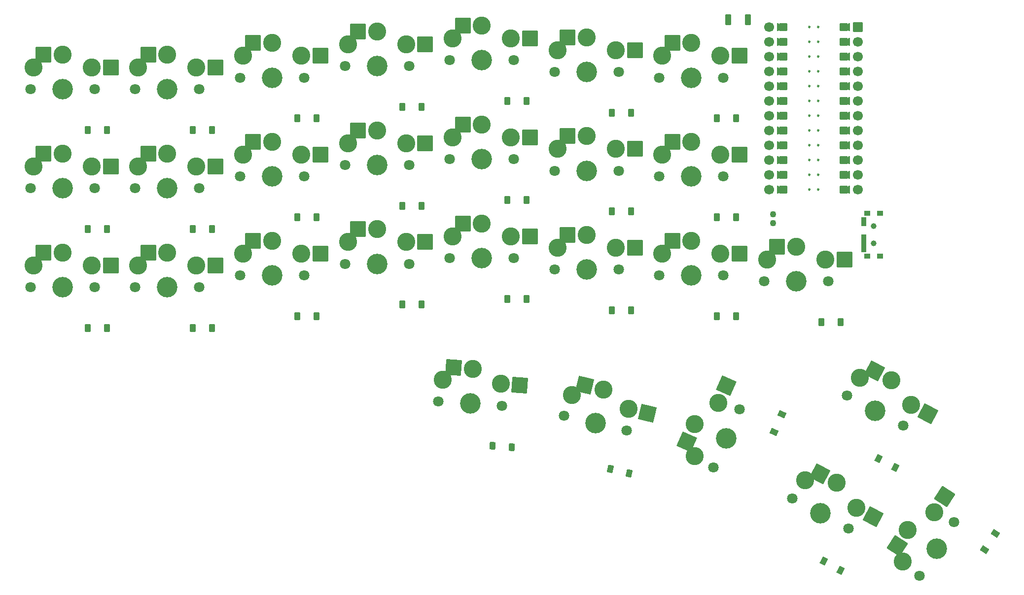
<source format=gbr>
%TF.GenerationSoftware,KiCad,Pcbnew,6.0.7*%
%TF.CreationDate,2022-09-15T23:21:12-04:00*%
%TF.ProjectId,flutter_v2_wren,666c7574-7465-4725-9f76-325f7772656e,v1.0.0*%
%TF.SameCoordinates,Original*%
%TF.FileFunction,Soldermask,Bot*%
%TF.FilePolarity,Negative*%
%FSLAX46Y46*%
G04 Gerber Fmt 4.6, Leading zero omitted, Abs format (unit mm)*
G04 Created by KiCad (PCBNEW 6.0.7) date 2022-09-15 23:21:12*
%MOMM*%
%LPD*%
G01*
G04 APERTURE LIST*
G04 Aperture macros list*
%AMRoundRect*
0 Rectangle with rounded corners*
0 $1 Rounding radius*
0 $2 $3 $4 $5 $6 $7 $8 $9 X,Y pos of 4 corners*
0 Add a 4 corners polygon primitive as box body*
4,1,4,$2,$3,$4,$5,$6,$7,$8,$9,$2,$3,0*
0 Add four circle primitives for the rounded corners*
1,1,$1+$1,$2,$3*
1,1,$1+$1,$4,$5*
1,1,$1+$1,$6,$7*
1,1,$1+$1,$8,$9*
0 Add four rect primitives between the rounded corners*
20,1,$1+$1,$2,$3,$4,$5,0*
20,1,$1+$1,$4,$5,$6,$7,0*
20,1,$1+$1,$6,$7,$8,$9,0*
20,1,$1+$1,$8,$9,$2,$3,0*%
%AMFreePoly0*
4,1,16,0.635355,1.035355,0.650000,1.000000,0.650000,-0.250000,0.635355,-0.285355,0.600000,-0.300000,-0.600000,-0.300000,-0.635355,-0.285355,-0.650000,-0.250000,-0.650000,1.000000,-0.635355,1.035355,-0.600000,1.050000,-0.564645,1.035355,0.000000,0.470710,0.564645,1.035355,0.600000,1.050000,0.635355,1.035355,0.635355,1.035355,$1*%
%AMFreePoly1*
4,1,14,0.635355,0.435355,0.650000,0.400000,0.650000,0.200000,0.635355,0.164645,0.035355,-0.435355,0.000000,-0.450000,-0.035355,-0.435355,-0.635355,0.164645,-0.650000,0.200000,-0.650000,0.400000,-0.635355,0.435355,-0.600000,0.450000,0.600000,0.450000,0.635355,0.435355,0.635355,0.435355,$1*%
G04 Aperture macros list end*
%ADD10C,0.250000*%
%ADD11C,0.100000*%
%ADD12C,3.529000*%
%ADD13C,1.801800*%
%ADD14C,3.100000*%
%ADD15RoundRect,0.050000X-1.300000X-1.300000X1.300000X-1.300000X1.300000X1.300000X-1.300000X1.300000X0*%
%ADD16RoundRect,0.050000X0.450000X0.600000X-0.450000X0.600000X-0.450000X-0.600000X0.450000X-0.600000X0*%
%ADD17RoundRect,0.050000X0.658851X-1.716367X1.716367X0.658851X-0.658851X1.716367X-1.716367X-0.658851X0*%
%ADD18RoundRect,0.050000X-0.365096X0.655137X-0.731159X-0.167053X0.365096X-0.655137X0.731159X0.167053X0*%
%ADD19RoundRect,0.050000X-1.758145X-0.537519X0.537519X-1.758145X1.758145X0.537519X-0.537519X1.758145X0*%
%ADD20RoundRect,0.050000X0.679009X0.318506X-0.115643X0.741031X-0.679009X-0.318506X0.115643X-0.741031X0*%
%ADD21RoundRect,0.050000X0.382241X-1.798302X1.798302X0.382241X-0.382241X1.798302X-1.798302X-0.382241X0*%
%ADD22RoundRect,0.050000X-0.258115X0.704185X-0.748290X-0.050618X0.258115X-0.704185X0.748290X0.050618X0*%
%ADD23RoundRect,0.050000X-1.387517X-1.206150X1.206150X-1.387517X1.387517X1.206150X-1.206150X1.387517X0*%
%ADD24RoundRect,0.050000X0.490758X0.567148X-0.407050X0.629929X-0.490758X-0.567148X0.407050X-0.629929X0*%
%ADD25RoundRect,0.050000X-1.567560X-0.960602X0.960602X-1.567560X1.567560X0.960602X-0.960602X1.567560X0*%
%ADD26RoundRect,0.050000X0.577634X0.478372X-0.297499X0.688472X-0.577634X-0.478372X0.297499X-0.688472X0*%
%ADD27C,1.700000*%
%ADD28RoundRect,0.050000X-0.800000X0.800000X-0.800000X-0.800000X0.800000X-0.800000X0.800000X0.800000X0*%
%ADD29FreePoly0,90.000000*%
%ADD30FreePoly1,90.000000*%
%ADD31FreePoly1,270.000000*%
%ADD32FreePoly0,270.000000*%
%ADD33RoundRect,0.050000X-0.450000X-0.850000X0.450000X-0.850000X0.450000X0.850000X-0.450000X0.850000X0*%
%ADD34C,1.000000*%
%ADD35RoundRect,0.050000X-0.350000X-0.750000X0.350000X-0.750000X0.350000X0.750000X-0.350000X0.750000X0*%
%ADD36RoundRect,0.050000X-0.500000X-0.400000X0.500000X-0.400000X0.500000X0.400000X-0.500000X0.400000X0*%
%ADD37C,1.100000*%
G04 APERTURE END LIST*
D10*
%TO.C,MCU1*%
X128363000Y16780000D02*
G75*
G03*
X128363000Y16780000I-125000J0D01*
G01*
X129887000Y16780000D02*
G75*
G03*
X129887000Y16780000I-125000J0D01*
G01*
X128363000Y19320000D02*
G75*
G03*
X128363000Y19320000I-125000J0D01*
G01*
X129887000Y19320000D02*
G75*
G03*
X129887000Y19320000I-125000J0D01*
G01*
X128363000Y21860000D02*
G75*
G03*
X128363000Y21860000I-125000J0D01*
G01*
X129887000Y21860000D02*
G75*
G03*
X129887000Y21860000I-125000J0D01*
G01*
X128363000Y24400000D02*
G75*
G03*
X128363000Y24400000I-125000J0D01*
G01*
X129887000Y24400000D02*
G75*
G03*
X129887000Y24400000I-125000J0D01*
G01*
X128363000Y26940000D02*
G75*
G03*
X128363000Y26940000I-125000J0D01*
G01*
X129887000Y26940000D02*
G75*
G03*
X129887000Y26940000I-125000J0D01*
G01*
X128363000Y29480000D02*
G75*
G03*
X128363000Y29480000I-125000J0D01*
G01*
X129887000Y29480000D02*
G75*
G03*
X129887000Y29480000I-125000J0D01*
G01*
X128363000Y32020000D02*
G75*
G03*
X128363000Y32020000I-125000J0D01*
G01*
X129887000Y32020000D02*
G75*
G03*
X129887000Y32020000I-125000J0D01*
G01*
X128363000Y34560000D02*
G75*
G03*
X128363000Y34560000I-125000J0D01*
G01*
X129887000Y34560000D02*
G75*
G03*
X129887000Y34560000I-125000J0D01*
G01*
X128363000Y37100000D02*
G75*
G03*
X128363000Y37100000I-125000J0D01*
G01*
X129887000Y37100000D02*
G75*
G03*
X129887000Y37100000I-125000J0D01*
G01*
X128363000Y39640000D02*
G75*
G03*
X128363000Y39640000I-125000J0D01*
G01*
X129887000Y39640000D02*
G75*
G03*
X129887000Y39640000I-125000J0D01*
G01*
X129887000Y42180000D02*
G75*
G03*
X129887000Y42180000I-125000J0D01*
G01*
X128363000Y42180000D02*
G75*
G03*
X128363000Y42180000I-125000J0D01*
G01*
X128363000Y44720000D02*
G75*
G03*
X128363000Y44720000I-125000J0D01*
G01*
X129887000Y44720000D02*
G75*
G03*
X129887000Y44720000I-125000J0D01*
G01*
G36*
X135096000Y16272000D02*
G01*
X134080000Y16272000D01*
X134080000Y17288000D01*
X135096000Y17288000D01*
X135096000Y16272000D01*
G37*
D11*
X135096000Y16272000D02*
X134080000Y16272000D01*
X134080000Y17288000D01*
X135096000Y17288000D01*
X135096000Y16272000D01*
G36*
X135096000Y18812000D02*
G01*
X134080000Y18812000D01*
X134080000Y19828000D01*
X135096000Y19828000D01*
X135096000Y18812000D01*
G37*
X135096000Y18812000D02*
X134080000Y18812000D01*
X134080000Y19828000D01*
X135096000Y19828000D01*
X135096000Y18812000D01*
G36*
X135096000Y21352000D02*
G01*
X134080000Y21352000D01*
X134080000Y22368000D01*
X135096000Y22368000D01*
X135096000Y21352000D01*
G37*
X135096000Y21352000D02*
X134080000Y21352000D01*
X134080000Y22368000D01*
X135096000Y22368000D01*
X135096000Y21352000D01*
G36*
X135096000Y23892000D02*
G01*
X134080000Y23892000D01*
X134080000Y24908000D01*
X135096000Y24908000D01*
X135096000Y23892000D01*
G37*
X135096000Y23892000D02*
X134080000Y23892000D01*
X134080000Y24908000D01*
X135096000Y24908000D01*
X135096000Y23892000D01*
G36*
X135096000Y26432000D02*
G01*
X134080000Y26432000D01*
X134080000Y27448000D01*
X135096000Y27448000D01*
X135096000Y26432000D01*
G37*
X135096000Y26432000D02*
X134080000Y26432000D01*
X134080000Y27448000D01*
X135096000Y27448000D01*
X135096000Y26432000D01*
G36*
X135096000Y28972000D02*
G01*
X134080000Y28972000D01*
X134080000Y29988000D01*
X135096000Y29988000D01*
X135096000Y28972000D01*
G37*
X135096000Y28972000D02*
X134080000Y28972000D01*
X134080000Y29988000D01*
X135096000Y29988000D01*
X135096000Y28972000D01*
G36*
X135096000Y31512000D02*
G01*
X134080000Y31512000D01*
X134080000Y32528000D01*
X135096000Y32528000D01*
X135096000Y31512000D01*
G37*
X135096000Y31512000D02*
X134080000Y31512000D01*
X134080000Y32528000D01*
X135096000Y32528000D01*
X135096000Y31512000D01*
G36*
X135096000Y34052000D02*
G01*
X134080000Y34052000D01*
X134080000Y35068000D01*
X135096000Y35068000D01*
X135096000Y34052000D01*
G37*
X135096000Y34052000D02*
X134080000Y34052000D01*
X134080000Y35068000D01*
X135096000Y35068000D01*
X135096000Y34052000D01*
G36*
X135096000Y36592000D02*
G01*
X134080000Y36592000D01*
X134080000Y37608000D01*
X135096000Y37608000D01*
X135096000Y36592000D01*
G37*
X135096000Y36592000D02*
X134080000Y36592000D01*
X134080000Y37608000D01*
X135096000Y37608000D01*
X135096000Y36592000D01*
G36*
X135096000Y39132000D02*
G01*
X134080000Y39132000D01*
X134080000Y40148000D01*
X135096000Y40148000D01*
X135096000Y39132000D01*
G37*
X135096000Y39132000D02*
X134080000Y39132000D01*
X134080000Y40148000D01*
X135096000Y40148000D01*
X135096000Y39132000D01*
G36*
X135096000Y41672000D02*
G01*
X134080000Y41672000D01*
X134080000Y42688000D01*
X135096000Y42688000D01*
X135096000Y41672000D01*
G37*
X135096000Y41672000D02*
X134080000Y41672000D01*
X134080000Y42688000D01*
X135096000Y42688000D01*
X135096000Y41672000D01*
G36*
X135096000Y44212000D02*
G01*
X134080000Y44212000D01*
X134080000Y45228000D01*
X135096000Y45228000D01*
X135096000Y44212000D01*
G37*
X135096000Y44212000D02*
X134080000Y44212000D01*
X134080000Y45228000D01*
X135096000Y45228000D01*
X135096000Y44212000D01*
G36*
X123920000Y16272000D02*
G01*
X122904000Y16272000D01*
X122904000Y17288000D01*
X123920000Y17288000D01*
X123920000Y16272000D01*
G37*
X123920000Y16272000D02*
X122904000Y16272000D01*
X122904000Y17288000D01*
X123920000Y17288000D01*
X123920000Y16272000D01*
G36*
X123920000Y18812000D02*
G01*
X122904000Y18812000D01*
X122904000Y19828000D01*
X123920000Y19828000D01*
X123920000Y18812000D01*
G37*
X123920000Y18812000D02*
X122904000Y18812000D01*
X122904000Y19828000D01*
X123920000Y19828000D01*
X123920000Y18812000D01*
G36*
X123920000Y21352000D02*
G01*
X122904000Y21352000D01*
X122904000Y22368000D01*
X123920000Y22368000D01*
X123920000Y21352000D01*
G37*
X123920000Y21352000D02*
X122904000Y21352000D01*
X122904000Y22368000D01*
X123920000Y22368000D01*
X123920000Y21352000D01*
G36*
X123920000Y23892000D02*
G01*
X122904000Y23892000D01*
X122904000Y24908000D01*
X123920000Y24908000D01*
X123920000Y23892000D01*
G37*
X123920000Y23892000D02*
X122904000Y23892000D01*
X122904000Y24908000D01*
X123920000Y24908000D01*
X123920000Y23892000D01*
G36*
X123920000Y26432000D02*
G01*
X122904000Y26432000D01*
X122904000Y27448000D01*
X123920000Y27448000D01*
X123920000Y26432000D01*
G37*
X123920000Y26432000D02*
X122904000Y26432000D01*
X122904000Y27448000D01*
X123920000Y27448000D01*
X123920000Y26432000D01*
G36*
X123920000Y28972000D02*
G01*
X122904000Y28972000D01*
X122904000Y29988000D01*
X123920000Y29988000D01*
X123920000Y28972000D01*
G37*
X123920000Y28972000D02*
X122904000Y28972000D01*
X122904000Y29988000D01*
X123920000Y29988000D01*
X123920000Y28972000D01*
G36*
X123920000Y31512000D02*
G01*
X122904000Y31512000D01*
X122904000Y32528000D01*
X123920000Y32528000D01*
X123920000Y31512000D01*
G37*
X123920000Y31512000D02*
X122904000Y31512000D01*
X122904000Y32528000D01*
X123920000Y32528000D01*
X123920000Y31512000D01*
G36*
X123920000Y34052000D02*
G01*
X122904000Y34052000D01*
X122904000Y35068000D01*
X123920000Y35068000D01*
X123920000Y34052000D01*
G37*
X123920000Y34052000D02*
X122904000Y34052000D01*
X122904000Y35068000D01*
X123920000Y35068000D01*
X123920000Y34052000D01*
G36*
X123920000Y36592000D02*
G01*
X122904000Y36592000D01*
X122904000Y37608000D01*
X123920000Y37608000D01*
X123920000Y36592000D01*
G37*
X123920000Y36592000D02*
X122904000Y36592000D01*
X122904000Y37608000D01*
X123920000Y37608000D01*
X123920000Y36592000D01*
G36*
X123920000Y39132000D02*
G01*
X122904000Y39132000D01*
X122904000Y40148000D01*
X123920000Y40148000D01*
X123920000Y39132000D01*
G37*
X123920000Y39132000D02*
X122904000Y39132000D01*
X122904000Y40148000D01*
X123920000Y40148000D01*
X123920000Y39132000D01*
G36*
X123920000Y41672000D02*
G01*
X122904000Y41672000D01*
X122904000Y42688000D01*
X123920000Y42688000D01*
X123920000Y41672000D01*
G37*
X123920000Y41672000D02*
X122904000Y41672000D01*
X122904000Y42688000D01*
X123920000Y42688000D01*
X123920000Y41672000D01*
G36*
X123920000Y44212000D02*
G01*
X122904000Y44212000D01*
X122904000Y45228000D01*
X123920000Y45228000D01*
X123920000Y44212000D01*
G37*
X123920000Y44212000D02*
X122904000Y44212000D01*
X122904000Y45228000D01*
X123920000Y45228000D01*
X123920000Y44212000D01*
%TD*%
D12*
%TO.C,S1*%
X0Y0D03*
D13*
X5500000Y0D03*
X-5500000Y0D03*
D14*
X5000000Y3750000D03*
X0Y5950000D03*
D15*
X-3275000Y5950000D03*
X8275000Y3750000D03*
D14*
X-5000000Y3750000D03*
X0Y5950000D03*
%TD*%
D16*
%TO.C,D1*%
X4350000Y-7000000D03*
X7650000Y-7000000D03*
%TD*%
D12*
%TO.C,S2*%
X0Y17000000D03*
D13*
X5500000Y17000000D03*
X-5500000Y17000000D03*
D14*
X5000000Y20750000D03*
X0Y22950000D03*
D15*
X-3275000Y22950000D03*
X8275000Y20750000D03*
D14*
X-5000000Y20750000D03*
X0Y22950000D03*
%TD*%
D16*
%TO.C,D2*%
X4350000Y10000000D03*
X7650000Y10000000D03*
%TD*%
D12*
%TO.C,S3*%
X0Y34000000D03*
D13*
X5500000Y34000000D03*
X-5500000Y34000000D03*
D14*
X5000000Y37750000D03*
X0Y39950000D03*
D15*
X-3275000Y39950000D03*
X8275000Y37750000D03*
D14*
X-5000000Y37750000D03*
X0Y39950000D03*
%TD*%
D16*
%TO.C,D3*%
X4350000Y27000000D03*
X7650000Y27000000D03*
%TD*%
D12*
%TO.C,S4*%
X18000000Y0D03*
D13*
X23500000Y0D03*
X12500000Y0D03*
D14*
X23000000Y3750000D03*
X18000000Y5950000D03*
D15*
X14725000Y5950000D03*
X26275000Y3750000D03*
D14*
X13000000Y3750000D03*
X18000000Y5950000D03*
%TD*%
D16*
%TO.C,D4*%
X22350000Y-7000000D03*
X25650000Y-7000000D03*
%TD*%
D12*
%TO.C,S5*%
X18000000Y17000000D03*
D13*
X23500000Y17000000D03*
X12500000Y17000000D03*
D14*
X23000000Y20750000D03*
X18000000Y22950000D03*
D15*
X14725000Y22950000D03*
X26275000Y20750000D03*
D14*
X13000000Y20750000D03*
X18000000Y22950000D03*
%TD*%
D16*
%TO.C,D5*%
X22350000Y10000000D03*
X25650000Y10000000D03*
%TD*%
D12*
%TO.C,S6*%
X18000000Y34000000D03*
D13*
X23500000Y34000000D03*
X12500000Y34000000D03*
D14*
X23000000Y37750000D03*
X18000000Y39950000D03*
D15*
X14725000Y39950000D03*
X26275000Y37750000D03*
D14*
X13000000Y37750000D03*
X18000000Y39950000D03*
%TD*%
D16*
%TO.C,D6*%
X22350000Y27000000D03*
X25650000Y27000000D03*
%TD*%
D12*
%TO.C,S7*%
X36000000Y2000000D03*
D13*
X41500000Y2000000D03*
X30500000Y2000000D03*
D14*
X41000000Y5750000D03*
X36000000Y7950000D03*
D15*
X32725000Y7950000D03*
X44275000Y5750000D03*
D14*
X31000000Y5750000D03*
X36000000Y7950000D03*
%TD*%
D16*
%TO.C,D7*%
X40350000Y-5000000D03*
X43650000Y-5000000D03*
%TD*%
D12*
%TO.C,S8*%
X36000000Y19000000D03*
D13*
X41500000Y19000000D03*
X30500000Y19000000D03*
D14*
X41000000Y22750000D03*
X36000000Y24950000D03*
D15*
X32725000Y24950000D03*
X44275000Y22750000D03*
D14*
X31000000Y22750000D03*
X36000000Y24950000D03*
%TD*%
D16*
%TO.C,D8*%
X40350000Y12000000D03*
X43650000Y12000000D03*
%TD*%
D12*
%TO.C,S9*%
X36000000Y36000000D03*
D13*
X41500000Y36000000D03*
X30500000Y36000000D03*
D14*
X41000000Y39750000D03*
X36000000Y41950000D03*
D15*
X32725000Y41950000D03*
X44275000Y39750000D03*
D14*
X31000000Y39750000D03*
X36000000Y41950000D03*
%TD*%
D16*
%TO.C,D9*%
X40350000Y29000000D03*
X43650000Y29000000D03*
%TD*%
D12*
%TO.C,S10*%
X54000000Y4000000D03*
D13*
X59500000Y4000000D03*
X48500000Y4000000D03*
D14*
X59000000Y7750000D03*
X54000000Y9950000D03*
D15*
X50725000Y9950000D03*
X62275000Y7750000D03*
D14*
X49000000Y7750000D03*
X54000000Y9950000D03*
%TD*%
D16*
%TO.C,D10*%
X58350000Y-3000000D03*
X61650000Y-3000000D03*
%TD*%
D12*
%TO.C,S11*%
X54000000Y21000000D03*
D13*
X59500000Y21000000D03*
X48500000Y21000000D03*
D14*
X59000000Y24750000D03*
X54000000Y26950000D03*
D15*
X50725000Y26950000D03*
X62275000Y24750000D03*
D14*
X49000000Y24750000D03*
X54000000Y26950000D03*
%TD*%
D16*
%TO.C,D11*%
X58350000Y14000000D03*
X61650000Y14000000D03*
%TD*%
D12*
%TO.C,S12*%
X54000000Y38000000D03*
D13*
X59500000Y38000000D03*
X48500000Y38000000D03*
D14*
X59000000Y41750000D03*
X54000000Y43950000D03*
D15*
X50725000Y43950000D03*
X62275000Y41750000D03*
D14*
X49000000Y41750000D03*
X54000000Y43950000D03*
%TD*%
D16*
%TO.C,D12*%
X58350000Y31000000D03*
X61650000Y31000000D03*
%TD*%
D12*
%TO.C,S13*%
X72000000Y5000000D03*
D13*
X77500000Y5000000D03*
X66500000Y5000000D03*
D14*
X77000000Y8750000D03*
X72000000Y10950000D03*
D15*
X68725000Y10950000D03*
X80275000Y8750000D03*
D14*
X67000000Y8750000D03*
X72000000Y10950000D03*
%TD*%
D16*
%TO.C,D13*%
X76350000Y-2000000D03*
X79650000Y-2000000D03*
%TD*%
D12*
%TO.C,S14*%
X72000000Y22000000D03*
D13*
X77500000Y22000000D03*
X66500000Y22000000D03*
D14*
X77000000Y25750000D03*
X72000000Y27950000D03*
D15*
X68725000Y27950000D03*
X80275000Y25750000D03*
D14*
X67000000Y25750000D03*
X72000000Y27950000D03*
%TD*%
D16*
%TO.C,D14*%
X76350000Y15000000D03*
X79650000Y15000000D03*
%TD*%
D12*
%TO.C,S15*%
X72000000Y39000000D03*
D13*
X77500000Y39000000D03*
X66500000Y39000000D03*
D14*
X77000000Y42750000D03*
X72000000Y44950000D03*
D15*
X68725000Y44950000D03*
X80275000Y42750000D03*
D14*
X67000000Y42750000D03*
X72000000Y44950000D03*
%TD*%
D16*
%TO.C,D15*%
X76350000Y32000000D03*
X79650000Y32000000D03*
%TD*%
D12*
%TO.C,S16*%
X90000000Y3000000D03*
D13*
X95500000Y3000000D03*
X84500000Y3000000D03*
D14*
X95000000Y6750000D03*
X90000000Y8950000D03*
D15*
X86725000Y8950000D03*
X98275000Y6750000D03*
D14*
X85000000Y6750000D03*
X90000000Y8950000D03*
%TD*%
D16*
%TO.C,D16*%
X94350000Y-4000000D03*
X97650000Y-4000000D03*
%TD*%
D12*
%TO.C,S17*%
X90000000Y20000000D03*
D13*
X95500000Y20000000D03*
X84500000Y20000000D03*
D14*
X95000000Y23750000D03*
X90000000Y25950000D03*
D15*
X86725000Y25950000D03*
X98275000Y23750000D03*
D14*
X85000000Y23750000D03*
X90000000Y25950000D03*
%TD*%
D16*
%TO.C,D17*%
X94350000Y13000000D03*
X97650000Y13000000D03*
%TD*%
D12*
%TO.C,S18*%
X90000000Y37000000D03*
D13*
X95500000Y37000000D03*
X84500000Y37000000D03*
D14*
X95000000Y40750000D03*
X90000000Y42950000D03*
D15*
X86725000Y42950000D03*
X98275000Y40750000D03*
D14*
X85000000Y40750000D03*
X90000000Y42950000D03*
%TD*%
D16*
%TO.C,D18*%
X94350000Y30000000D03*
X97650000Y30000000D03*
%TD*%
D12*
%TO.C,S19*%
X108000000Y2000000D03*
D13*
X113500000Y2000000D03*
X102500000Y2000000D03*
D14*
X113000000Y5750000D03*
X108000000Y7950000D03*
D15*
X104725000Y7950000D03*
X116275000Y5750000D03*
D14*
X103000000Y5750000D03*
X108000000Y7950000D03*
%TD*%
D16*
%TO.C,D19*%
X112350000Y-5000000D03*
X115650000Y-5000000D03*
%TD*%
D12*
%TO.C,S20*%
X108000000Y19000000D03*
D13*
X113500000Y19000000D03*
X102500000Y19000000D03*
D14*
X113000000Y22750000D03*
X108000000Y24950000D03*
D15*
X104725000Y24950000D03*
X116275000Y22750000D03*
D14*
X103000000Y22750000D03*
X108000000Y24950000D03*
%TD*%
D16*
%TO.C,D20*%
X112350000Y12000000D03*
X115650000Y12000000D03*
%TD*%
D12*
%TO.C,S21*%
X108000000Y36000000D03*
D13*
X113500000Y36000000D03*
X102500000Y36000000D03*
D14*
X113000000Y39750000D03*
X108000000Y41950000D03*
D15*
X104725000Y41950000D03*
X116275000Y39750000D03*
D14*
X103000000Y39750000D03*
X108000000Y41950000D03*
%TD*%
D16*
%TO.C,D21*%
X112350000Y29000000D03*
X115650000Y29000000D03*
%TD*%
D12*
%TO.C,S22*%
X114000000Y-26000000D03*
D13*
X116237052Y-20975500D03*
X111762948Y-31024500D03*
D14*
X112607888Y-19907010D03*
X108564405Y-23579917D03*
D17*
X107232342Y-26571778D03*
X113939950Y-16915149D03*
D14*
X108540521Y-29042465D03*
X108564405Y-23579917D03*
%TD*%
D18*
%TO.C,D22*%
X122164123Y-24873234D03*
X123506353Y-21858534D03*
%TD*%
D12*
%TO.C,S23*%
X130155879Y-38885169D03*
D13*
X135012091Y-41467263D03*
X125299667Y-36303075D03*
D14*
X136331135Y-37921473D03*
X132949235Y-33631631D03*
D19*
X130057581Y-32094111D03*
X139222789Y-39458993D03*
D14*
X127501659Y-33226758D03*
X132949235Y-33631631D03*
%TD*%
D20*
%TO.C,D23*%
X130710399Y-47108004D03*
X133624127Y-48657260D03*
%TD*%
D12*
%TO.C,S24*%
X139545310Y-21226217D03*
D13*
X144401522Y-23808311D03*
X134689098Y-18644123D03*
D14*
X145720566Y-20262521D03*
X142338666Y-15972679D03*
D19*
X139447012Y-14435159D03*
X148612220Y-21800041D03*
D14*
X136891090Y-15567806D03*
X142338666Y-15972679D03*
%TD*%
D20*
%TO.C,D24*%
X140099831Y-29449052D03*
X143013559Y-30998308D03*
%TD*%
D12*
%TO.C,S25*%
X150134191Y-44977546D03*
D13*
X153129706Y-40364858D03*
X147138676Y-49590234D03*
D14*
X149712372Y-38741797D03*
X145144101Y-41736944D03*
D21*
X143360408Y-44483590D03*
X151496064Y-35995151D03*
D14*
X144265981Y-47128502D03*
X145144101Y-41736944D03*
%TD*%
D22*
%TO.C,D25*%
X158374065Y-45141802D03*
X160171373Y-42374190D03*
%TD*%
D12*
%TO.C,S26*%
X126000000Y1000000D03*
D13*
X131500000Y1000000D03*
X120500000Y1000000D03*
D14*
X131000000Y4750000D03*
X126000000Y6950000D03*
D15*
X122725000Y6950000D03*
X134275000Y4750000D03*
D14*
X121000000Y4750000D03*
X126000000Y6950000D03*
%TD*%
D16*
%TO.C,D26*%
X130350000Y-6000000D03*
X133650000Y-6000000D03*
%TD*%
D12*
%TO.C,S27*%
X70000000Y-20000000D03*
D13*
X75486602Y-20383661D03*
X64513398Y-19616339D03*
D14*
X75249407Y-16607917D03*
X70415051Y-14064494D03*
D23*
X67148029Y-13836041D03*
X78516429Y-16836370D03*
D14*
X65273767Y-15910352D03*
X70415051Y-14064494D03*
%TD*%
D24*
%TO.C,D27*%
X73851108Y-27286389D03*
X77143070Y-27516585D03*
%TD*%
D12*
%TO.C,S28*%
X91500000Y-23400000D03*
D13*
X96848035Y-24683950D03*
X86151965Y-22116050D03*
D14*
X97237270Y-20920840D03*
X92889000Y-17614399D03*
D25*
X89704488Y-16849865D03*
X100421781Y-21685373D03*
D14*
X87513571Y-18586386D03*
X92889000Y-17614399D03*
%TD*%
D26*
%TO.C,D28*%
X94095692Y-31222077D03*
X97304512Y-31992447D03*
%TD*%
D27*
%TO.C,MCU1*%
X121380000Y44720000D03*
X121380000Y42180000D03*
X121380000Y39640000D03*
X121380000Y37100000D03*
X121380000Y34560000D03*
X121380000Y32020000D03*
X121380000Y29480000D03*
X121380000Y26940000D03*
X121380000Y24400000D03*
X121380000Y21860000D03*
X121380000Y19320000D03*
X121380000Y16780000D03*
X136620000Y16780000D03*
X136620000Y19320000D03*
X136620000Y21860000D03*
X136620000Y24400000D03*
X136620000Y26940000D03*
X136620000Y29480000D03*
X136620000Y32020000D03*
X136620000Y34560000D03*
X136620000Y37100000D03*
X136620000Y39640000D03*
X136620000Y42180000D03*
X136620000Y44720000D03*
D28*
X136620000Y44720000D03*
D29*
X124174000Y44720000D03*
D30*
X123158000Y44720000D03*
X123158000Y42180000D03*
D29*
X124174000Y42180000D03*
D30*
X123158000Y39640000D03*
D29*
X124174000Y39640000D03*
D30*
X123158000Y37100000D03*
D29*
X124174000Y37100000D03*
D30*
X123158000Y34560000D03*
D29*
X124174000Y34560000D03*
D30*
X123158000Y32020000D03*
D29*
X124174000Y32020000D03*
D30*
X123158000Y29480000D03*
D29*
X124174000Y29480000D03*
D30*
X123158000Y26940000D03*
D29*
X124174000Y26940000D03*
D30*
X123158000Y24400000D03*
D29*
X124174000Y24400000D03*
D30*
X123158000Y21860000D03*
D29*
X124174000Y21860000D03*
D30*
X123158000Y19320000D03*
D29*
X124174000Y19320000D03*
D30*
X123158000Y16780000D03*
D29*
X124174000Y16780000D03*
D31*
X134842000Y44720000D03*
D32*
X133826000Y44720000D03*
X133826000Y42180000D03*
D31*
X134842000Y42180000D03*
D32*
X133826000Y39640000D03*
D31*
X134842000Y39640000D03*
D32*
X133826000Y37100000D03*
D31*
X134842000Y37100000D03*
D32*
X133826000Y34560000D03*
D31*
X134842000Y34560000D03*
D32*
X133826000Y32020000D03*
D31*
X134842000Y32020000D03*
D32*
X133826000Y29480000D03*
D31*
X134842000Y29480000D03*
D32*
X133826000Y26940000D03*
D31*
X134842000Y26940000D03*
D32*
X133826000Y24400000D03*
D31*
X134842000Y24400000D03*
D32*
X133826000Y21860000D03*
D31*
X134842000Y21860000D03*
D32*
X133826000Y19320000D03*
D31*
X134842000Y19320000D03*
D32*
X133826000Y16780000D03*
D31*
X134842000Y16780000D03*
%TD*%
D33*
%TO.C,*%
X114300000Y46000000D03*
X117700000Y46000000D03*
%TD*%
D34*
%TO.C,*%
X139330000Y7500000D03*
X139330000Y10500000D03*
X139330000Y7500000D03*
X139330000Y10500000D03*
D35*
X137570000Y11250000D03*
X137570000Y8250000D03*
X137570000Y6750000D03*
D36*
X140430000Y12650000D03*
X140430000Y5350000D03*
X138220000Y5350000D03*
X138220000Y12650000D03*
%TD*%
D37*
%TO.C,*%
X122000000Y12500000D03*
X122000000Y11000000D03*
%TD*%
M02*

</source>
